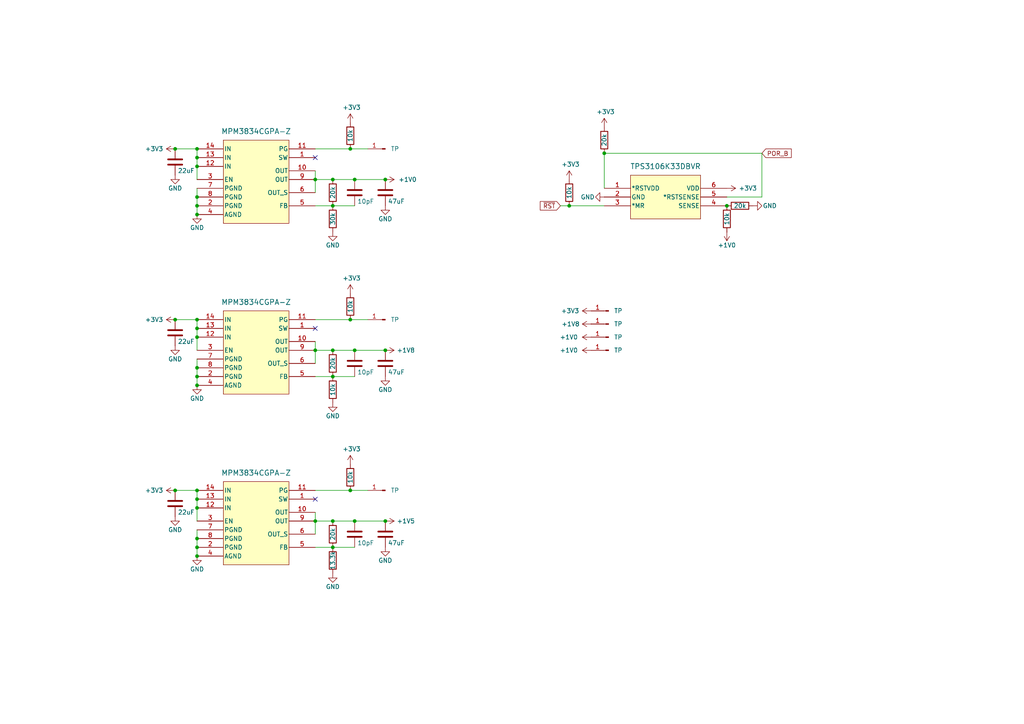
<source format=kicad_sch>
(kicad_sch (version 20231120) (generator "eeschema") (generator_version "8.0")
  (paper "A4")
  (lib_symbols
    (symbol "Connector:Conn_01x01_Pin" (pin_names (offset 1.016) hide)
      (property "Reference" "J" (at 0 2.54 0))
      (property "Value" "Conn_01x01_Pin" (at 0 -2.54 0))
      (symbol "Conn_01x01_Pin_1_1"
        (polyline (pts (xy 1.27 0) (xy 0.8636 0)) (stroke (width 0.1524)))
        (rectangle (start 0.8636 0.127) (end 0 -0.127) (stroke (width 0.1524)) (fill (type outline)))
        (pin passive line (at 5.08 0 180) (length 3.81) (name "Pin_1") (number "1"))
      )
    )
    (symbol "Device:C" (pin_numbers hide) (pin_names (offset 0.254))
      (property "Reference" "C" (at 0.635 2.54 0))
      (property "Value" "C" (at 0.635 -2.54 0))
      (symbol "C_0_1"
        (polyline (pts (xy -2.032 -0.762) (xy 2.032 -0.762)) (stroke (width 0.508)))
        (polyline (pts (xy -2.032 0.762) (xy 2.032 0.762)) (stroke (width 0.508)))
      )
      (symbol "C_1_1"
        (pin passive line (at 0 3.81 270) (length 2.794) (name "~") (number "1"))
        (pin passive line (at 0 -3.81 90) (length 2.794) (name "~") (number "2"))
      )
    )
    (symbol "Device:R" (pin_numbers hide) (pin_names (offset 0))
      (property "Reference" "R" (at 2.032 0 90))
      (property "Value" "R" (at 0 0 90))
      (symbol "R_0_1"
        (rectangle (start -1.016 -2.54) (end 1.016 2.54) (stroke (width 0.254)))
      )
      (symbol "R_1_1"
        (pin passive line (at 0 3.81 270) (length 1.27) (name "~") (number "1"))
        (pin passive line (at 0 -3.81 90) (length 1.27) (name "~") (number "2"))
      )
    )
    (symbol "ESP32-PRO_Rev_B1:GND" (power) (pin_names (offset 0))
      (property "Value" "GND" (at 0 -3.81 0))
      (symbol "GND_0_1"
        (polyline (pts (xy 0 0) (xy 0 -1.27) (xy 1.27 -1.27) (xy 0 -2.54) (xy -1.27 -1.27) (xy 0 -1.27)))
      )
      (symbol "GND_1_1"
        (pin power_in line (at 0 0 270) (length 0) hide (name "GND") (number "1"))
      )
    )
    (symbol "Personal:MPM3834CGPA-Z" (pin_names (offset 0.254))
      (property "Reference" "U" (at 24.384 11.43 0))
      (property "Value" "MPM3834CGPA-Z" (at 23.368 8.382 0))
      (symbol "MPM3834CGPA-Z_1_1"
        (rectangle (start 13.97 6.35) (end 33.02 -17.78) (fill (type background)))
        (pin unspecified line (at 40.64 1.27 180) (length 7.62) (name "SW") (number "1"))
        (pin power_in line (at 40.64 -2.54 180) (length 7.62) (name "OUT") (number "10"))
        (pin output line (at 40.64 3.81 180) (length 7.62) (name "PG") (number "11"))
        (pin power_in line (at 6.35 -1.27 0) (length 7.62) (name "IN") (number "12"))
        (pin power_in line (at 6.35 1.27 0) (length 7.62) (name "IN") (number "13"))
        (pin power_in line (at 6.35 3.81 0) (length 7.62) (name "IN") (number "14"))
        (pin power_in line (at 6.35 -12.7 0) (length 7.62) (name "PGND") (number "2"))
        (pin unspecified line (at 6.35 -5.08 0) (length 7.62) (name "EN") (number "3"))
        (pin power_in line (at 6.35 -15.24 0) (length 7.62) (name "AGND") (number "4"))
        (pin unspecified line (at 40.64 -12.7 180) (length 7.62) (name "FB") (number "5"))
        (pin output line (at 40.64 -8.89 180) (length 7.62) (name "OUT_S") (number "6"))
        (pin power_in line (at 6.35 -7.62 0) (length 7.62) (name "PGND") (number "7"))
        (pin power_in line (at 6.35 -10.16 0) (length 7.62) (name "PGND") (number "8"))
        (pin power_in line (at 40.64 -5.08 180) (length 7.62) (name "OUT") (number "9"))
      )
    )
    (symbol "Personal:TPS3106K33DBVR" (pin_names (offset 0.254))
      (property "Reference" "U" (at 18.542 10.16 0))
      (property "Value" "TPS3106K33DBVR" (at 18.034 6.858 0))
      (symbol "TPS3106K33DBVR_1_1"
        (rectangle (start 7.62 3.81) (end 27.94 -8.89) (fill (type background)))
        (pin output line (at 0 0 0) (length 7.62) (name "*RSTVDD") (number "1"))
        (pin power_in line (at 0 -2.54 0) (length 7.62) (name "GND") (number "2"))
        (pin input line (at 0 -5.08 0) (length 7.62) (name "*MR") (number "3"))
        (pin unspecified line (at 35.56 -5.08 180) (length 7.62) (name "SENSE") (number "4"))
        (pin output line (at 35.56 -2.54 180) (length 7.62) (name "*RSTSENSE") (number "5"))
        (pin power_in line (at 35.56 0 180) (length 7.62) (name "VDD") (number "6"))
      )
    )
    (symbol "power:+1V0" (power) (pin_numbers hide) (pin_names (offset 0) hide)
      (property "Value" "+1V0" (at 0 3.556 0))
      (symbol "+1V0_0_1"
        (polyline (pts (xy -0.762 1.27) (xy 0 2.54)))
        (polyline (pts (xy 0 0) (xy 0 2.54)))
        (polyline (pts (xy 0 2.54) (xy 0.762 1.27)))
      )
      (symbol "+1V0_1_1"
        (pin power_in line (at 0 0 90) (length 0) (name "~") (number "1"))
      )
    )
    (symbol "power:+1V8" (power) (pin_numbers hide) (pin_names (offset 0) hide)
      (property "Value" "+1V8" (at 0 3.556 0))
      (symbol "+1V8_0_1"
        (polyline (pts (xy -0.762 1.27) (xy 0 2.54)))
        (polyline (pts (xy 0 0) (xy 0 2.54)))
        (polyline (pts (xy 0 2.54) (xy 0.762 1.27)))
      )
      (symbol "+1V8_1_1"
        (pin power_in line (at 0 0 90) (length 0) (name "~") (number "1"))
      )
    )
    (symbol "power:+3V3" (power) (pin_names (offset 0))
      (property "Value" "+3V3" (at 0 3.556 0))
      (symbol "+3V3_0_1"
        (polyline (pts (xy -0.762 1.27) (xy 0 2.54)))
        (polyline (pts (xy 0 0) (xy 0 2.54)))
        (polyline (pts (xy 0 2.54) (xy 0.762 1.27)))
      )
      (symbol "+3V3_1_1"
        (pin power_in line (at 0 0 90) (length 0) hide (name "+3V3") (number "1"))
      )
    )
  )
  (junction (at 210.82 59.69))
  (junction (at 50.8 43.18))
  (junction (at 57.15 161.29))
  (junction (at 57.15 62.23))
  (junction (at 57.15 142.24))
  (junction (at 102.87 101.6))
  (junction (at 96.52 109.22))
  (junction (at 96.52 158.75))
  (junction (at 50.8 142.24))
  (junction (at 57.15 92.71))
  (junction (at 96.52 101.6))
  (junction (at 91.44 151.13))
  (junction (at 57.15 158.75))
  (junction (at 96.52 52.07))
  (junction (at 102.87 52.07))
  (junction (at 175.26 44.45))
  (junction (at 91.44 52.07))
  (junction (at 165.1 59.69))
  (junction (at 111.76 151.13))
  (junction (at 101.6 43.18))
  (junction (at 57.15 156.21))
  (junction (at 57.15 59.69))
  (junction (at 102.87 151.13))
  (junction (at 57.15 109.22))
  (junction (at 57.15 111.76))
  (junction (at 111.76 52.07))
  (junction (at 96.52 59.69))
  (junction (at 111.76 101.6))
  (junction (at 91.44 101.6))
  (junction (at 57.15 48.26))
  (junction (at 57.15 106.68))
  (junction (at 57.15 95.25))
  (junction (at 57.15 147.32))
  (junction (at 57.15 45.72))
  (junction (at 57.15 97.79))
  (junction (at 101.6 92.71))
  (junction (at 96.52 151.13))
  (junction (at 101.6 142.24))
  (junction (at 50.8 92.71))
  (junction (at 57.15 144.78))
  (junction (at 57.15 43.18))
  (junction (at 57.15 57.15))
  (no_connect (at 91.44 144.78))
  (no_connect (at 91.44 45.72))
  (no_connect (at 91.44 95.25))
  (wire (pts (xy 57.15 95.25) (xy 57.15 97.79)))
  (wire (pts (xy 162.56 59.69) (xy 165.1 59.69)))
  (wire (pts (xy 57.15 54.61) (xy 57.15 57.15)))
  (wire (pts (xy 220.98 57.15) (xy 220.98 44.45)))
  (wire (pts (xy 57.15 158.75) (xy 57.15 161.29)))
  (wire (pts (xy 57.15 104.14) (xy 57.15 106.68)))
  (wire (pts (xy 57.15 57.15) (xy 57.15 59.69)))
  (wire (pts (xy 91.44 158.75) (xy 96.52 158.75)))
  (wire (pts (xy 220.98 44.45) (xy 175.26 44.45)))
  (wire (pts (xy 57.15 43.18) (xy 57.15 45.72)))
  (wire (pts (xy 57.15 45.72) (xy 57.15 48.26)))
  (wire (pts (xy 57.15 92.71) (xy 57.15 95.25)))
  (wire (pts (xy 57.15 142.24) (xy 57.15 144.78)))
  (wire (pts (xy 91.44 52.07) (xy 96.52 52.07)))
  (wire (pts (xy 96.52 151.13) (xy 102.87 151.13)))
  (wire (pts (xy 96.52 59.69) (xy 102.87 59.69)))
  (wire (pts (xy 101.6 92.71) (xy 91.44 92.71)))
  (wire (pts (xy 91.44 148.59) (xy 91.44 151.13)))
  (wire (pts (xy 101.6 43.18) (xy 91.44 43.18)))
  (wire (pts (xy 91.44 52.07) (xy 91.44 55.88)))
  (wire (pts (xy 175.26 44.45) (xy 175.26 54.61)))
  (wire (pts (xy 91.44 109.22) (xy 96.52 109.22)))
  (wire (pts (xy 57.15 109.22) (xy 57.15 111.76)))
  (wire (pts (xy 57.15 48.26) (xy 57.15 52.07)))
  (wire (pts (xy 165.1 59.69) (xy 175.26 59.69)))
  (wire (pts (xy 102.87 52.07) (xy 111.76 52.07)))
  (wire (pts (xy 91.44 99.06) (xy 91.44 101.6)))
  (wire (pts (xy 106.68 142.24) (xy 101.6 142.24)))
  (wire (pts (xy 50.8 142.24) (xy 57.15 142.24)))
  (wire (pts (xy 102.87 151.13) (xy 111.76 151.13)))
  (wire (pts (xy 210.82 57.15) (xy 220.98 57.15)))
  (wire (pts (xy 57.15 59.69) (xy 57.15 62.23)))
  (wire (pts (xy 91.44 151.13) (xy 96.52 151.13)))
  (wire (pts (xy 91.44 59.69) (xy 96.52 59.69)))
  (wire (pts (xy 91.44 49.53) (xy 91.44 52.07)))
  (wire (pts (xy 96.52 109.22) (xy 102.87 109.22)))
  (wire (pts (xy 96.52 101.6) (xy 102.87 101.6)))
  (wire (pts (xy 57.15 147.32) (xy 57.15 151.13)))
  (wire (pts (xy 57.15 144.78) (xy 57.15 147.32)))
  (wire (pts (xy 106.68 43.18) (xy 101.6 43.18)))
  (wire (pts (xy 96.52 52.07) (xy 102.87 52.07)))
  (wire (pts (xy 96.52 158.75) (xy 102.87 158.75)))
  (wire (pts (xy 91.44 101.6) (xy 96.52 101.6)))
  (wire (pts (xy 50.8 92.71) (xy 57.15 92.71)))
  (wire (pts (xy 50.8 43.18) (xy 57.15 43.18)))
  (wire (pts (xy 91.44 101.6) (xy 91.44 105.41)))
  (wire (pts (xy 101.6 142.24) (xy 91.44 142.24)))
  (wire (pts (xy 106.68 92.71) (xy 101.6 92.71)))
  (wire (pts (xy 102.87 101.6) (xy 111.76 101.6)))
  (wire (pts (xy 57.15 106.68) (xy 57.15 109.22)))
  (wire (pts (xy 57.15 153.67) (xy 57.15 156.21)))
  (wire (pts (xy 57.15 97.79) (xy 57.15 101.6)))
  (wire (pts (xy 57.15 156.21) (xy 57.15 158.75)))
  (wire (pts (xy 91.44 151.13) (xy 91.44 154.94)))
  (global_label "~{RST}" (shape input) (at 162.56 59.69 180) (property "Intersheetrefs" "${INTERSHEET_REFS}" (effects (hide yes))))
  (global_label "POR_B" (shape input) (at 220.98 44.45 0) (property "Intersheetrefs" "${INTERSHEET_REFS}" (effects (hide yes))))
  (symbol (lib_id "Connector:Conn_01x01_Pin") (at 176.53 101.6 0) (mirror y) (unit 1)
    (property "Reference" "TP7" (effects (hide yes)))
    (property "Value" "TP" (at 179.324 101.6 0))
    (property "Footprint" "TestPoint:TestPoint_Pad_1.0x1.0mm" (effects (hide yes)))
    (property "Description" "Generic connector, single row, 01x01, script generated" (effects (hide yes)))
  )
  (symbol (lib_id "Device:R") (at 175.26 40.64 180) (unit 1)
    (property "Reference" "R10" (effects (hide yes)))
    (property "Value" "20k" (at 175.26 40.64 90))
    (property "Footprint" "Capacitor_SMD:C_0201_0603Metric" (effects (hide yes)))
    (property "Description" "Resistor" (effects (hide yes)))
  )
  (symbol (lib_id "ESP32-PRO_Rev_B1:GND") (at 96.52 166.37 0) (unit 1)
    (property "Reference" "#PWR021" (effects (hide yes)))
    (property "Value" "GND" (at 96.52 170.18 0))
  )
  (symbol (lib_id "Device:R") (at 101.6 39.37 180) (unit 1)
    (property "Reference" "R4" (effects (hide yes)))
    (property "Value" "10k" (at 101.6 39.37 90))
    (property "Footprint" "Capacitor_SMD:C_0402_1005Metric" (effects (hide yes)))
    (property "Description" "Resistor" (effects (hide yes)))
  )
  (symbol (lib_id "Device:R") (at 210.82 63.5 0) (unit 1)
    (property "Reference" "R9" (effects (hide yes)))
    (property "Value" "10k" (at 210.82 63.5 90))
    (property "Footprint" "Capacitor_SMD:C_0402_1005Metric" (effects (hide yes)))
    (property "Description" "Resistor" (effects (hide yes)))
  )
  (symbol (lib_id "Personal:MPM3834CGPA-Z") (at 50.8 46.99 0) (unit 1)
    (property "Reference" "U1" (effects (hide yes)))
    (property "Value" "MPM3834CGPA-Z" (at 74.295 38.1 0) (effects (font (size 1.524 1.524))))
    (property "Footprint" "Sync_VT extras:ECLGA-14_MPM3834C_MNP" (effects (hide yes)))
    (property "Datasheet" "MPM3834CGPA-Z" (effects (hide yes)))
  )
  (symbol (lib_id "power:+3V3") (at 101.6 35.56 0) (unit 1)
    (property "Reference" "#PWR03" (effects (hide yes)))
    (property "Value" "+3V3" (at 101.981 31.1658 0))
  )
  (symbol (lib_id "Device:C") (at 50.8 46.99 0) (unit 1)
    (property "Reference" "C10" (effects (hide yes)))
    (property "Value" "22uF" (at 51.562 49.53 0) (effects (justify left)))
    (property "Footprint" "Capacitor_SMD:C_0402_1005Metric" (effects (hide yes)))
    (property "Description" "Unpolarized capacitor" (effects (hide yes)))
  )
  (symbol (lib_id "ESP32-PRO_Rev_B1:GND") (at 57.15 62.23 0) (unit 1)
    (property "Reference" "#PWR08" (effects (hide yes)))
    (property "Value" "GND" (at 57.15 66.04 0))
  )
  (symbol (lib_id "Device:C") (at 50.8 96.52 0) (unit 1)
    (property "Reference" "C8" (effects (hide yes)))
    (property "Value" "22uF" (at 51.562 99.06 0) (effects (justify left)))
    (property "Footprint" "Capacitor_SMD:C_0402_1005Metric" (effects (hide yes)))
    (property "Description" "Unpolarized capacitor" (effects (hide yes)))
  )
  (symbol (lib_id "Device:R") (at 101.6 88.9 180) (unit 1)
    (property "Reference" "R6" (effects (hide yes)))
    (property "Value" "10k" (at 101.6 88.9 90))
    (property "Footprint" "Capacitor_SMD:C_0402_1005Metric" (effects (hide yes)))
    (property "Description" "Resistor" (effects (hide yes)))
  )
  (symbol (lib_id "ESP32-PRO_Rev_B1:GND") (at 175.26 57.15 270) (mirror x) (unit 1)
    (property "Reference" "#PWR028" (effects (hide yes)))
    (property "Value" "GND" (at 170.434 57.15 90))
  )
  (symbol (lib_id "power:+3V3") (at 50.8 142.24 90) (unit 1)
    (property "Reference" "#PWR012" (effects (hide yes)))
    (property "Value" "+3V3" (at 44.704 142.24 90))
  )
  (symbol (lib_id "ESP32-PRO_Rev_B1:GND") (at 50.8 50.8 0) (unit 1)
    (property "Reference" "#PWR09" (effects (hide yes)))
    (property "Value" "GND" (at 50.8 54.61 0))
  )
  (symbol (lib_id "power:+3V3") (at 101.6 85.09 0) (unit 1)
    (property "Reference" "#PWR019" (effects (hide yes)))
    (property "Value" "+3V3" (at 101.981 80.6958 0))
  )
  (symbol (lib_id "Device:R") (at 96.52 55.88 180) (unit 1)
    (property "Reference" "R1" (effects (hide yes)))
    (property "Value" "20k" (at 96.52 55.88 90))
    (property "Footprint" "Capacitor_SMD:C_0201_0603Metric" (effects (hide yes)))
    (property "Description" "Resistor" (effects (hide yes)))
  )
  (symbol (lib_id "power:+1V8") (at 171.45 93.98 90) (mirror x) (unit 1)
    (property "Reference" "#PWR031" (effects (hide yes)))
    (property "Value" "+1V8" (at 168.148 93.98 90) (effects (justify left)))
    (property "Description" "Power symbol creates a global label with name \"+1V8\"" (effects (hide yes)))
  )
  (symbol (lib_id "Device:C") (at 102.87 55.88 0) (unit 1)
    (property "Reference" "C5" (effects (hide yes)))
    (property "Value" "10pF" (at 103.632 58.42 0) (effects (justify left)))
    (property "Footprint" "Capacitor_SMD:C_0201_0603Metric" (effects (hide yes)))
    (property "Description" "Unpolarized capacitor" (effects (hide yes)))
  )
  (symbol (lib_id "ESP32-PRO_Rev_B1:GND") (at 50.8 100.33 0) (unit 1)
    (property "Reference" "#PWR015" (effects (hide yes)))
    (property "Value" "GND" (at 50.8 104.14 0))
  )
  (symbol (lib_id "ESP32-PRO_Rev_B1:GND") (at 111.76 109.22 0) (unit 1)
    (property "Reference" "#PWR023" (effects (hide yes)))
    (property "Value" "GND" (at 111.76 113.03 0))
  )
  (symbol (lib_id "power:+3V3") (at 210.82 54.61 270) (unit 1)
    (property "Reference" "#PWR027" (effects (hide yes)))
    (property "Value" "+3V3" (at 216.916 54.61 90))
  )
  (symbol (lib_id "ESP32-PRO_Rev_B1:GND") (at 96.52 116.84 0) (unit 1)
    (property "Reference" "#PWR018" (effects (hide yes)))
    (property "Value" "GND" (at 96.52 120.65 0))
  )
  (symbol (lib_id "power:+3V3") (at 50.8 43.18 90) (unit 1)
    (property "Reference" "#PWR010" (effects (hide yes)))
    (property "Value" "+3V3" (at 44.704 43.18 90))
  )
  (symbol (lib_id "power:+3V3") (at 165.1 52.07 0) (unit 1)
    (property "Reference" "#PWR024" (effects (hide yes)))
    (property "Value" "+3V3" (at 165.481 47.6758 0))
  )
  (symbol (lib_id "power:+1V0") (at 210.82 67.31 180) (unit 1)
    (property "Reference" "#PWR026" (effects (hide yes)))
    (property "Value" "+1V0" (at 210.82 71.12 0))
    (property "Description" "Power symbol creates a global label with name \"+1V0\"" (effects (hide yes)))
  )
  (symbol (lib_id "ESP32-PRO_Rev_B1:GND") (at 111.76 59.69 0) (unit 1)
    (property "Reference" "#PWR06" (effects (hide yes)))
    (property "Value" "GND" (at 111.76 63.5 0))
  )
  (symbol (lib_id "power:+3V3") (at 50.8 92.71 90) (unit 1)
    (property "Reference" "#PWR013" (effects (hide yes)))
    (property "Value" "+3V3" (at 44.704 92.71 90))
  )
  (symbol (lib_id "Device:C") (at 111.76 154.94 0) (unit 1)
    (property "Reference" "C4" (effects (hide yes)))
    (property "Value" "47uF" (at 112.522 157.48 0) (effects (justify left)))
    (property "Footprint" "Capacitor_SMD:C_0805_2012Metric" (effects (hide yes)))
    (property "Description" "Unpolarized capacitor" (effects (hide yes)))
  )
  (symbol (lib_id "ESP32-PRO_Rev_B1:GND") (at 111.76 158.75 0) (unit 1)
    (property "Reference" "#PWR069" (effects (hide yes)))
    (property "Value" "GND" (at 111.76 162.56 0))
  )
  (symbol (lib_id "power:+1V8") (at 111.76 151.13 270) (unit 1)
    (property "Reference" "#PWR068" (effects (hide yes)))
    (property "Value" "+1V5" (at 115.062 151.13 90) (effects (justify left)))
    (property "Description" "Power symbol creates a global label with name \"+1V8\"" (effects (hide yes)))
  )
  (symbol (lib_id "Device:R") (at 96.52 105.41 180) (unit 1)
    (property "Reference" "R3" (effects (hide yes)))
    (property "Value" "20k" (at 96.52 105.41 90))
    (property "Footprint" "Capacitor_SMD:C_0201_0603Metric" (effects (hide yes)))
    (property "Description" "Resistor" (effects (hide yes)))
  )
  (symbol (lib_id "Connector:Conn_01x01_Pin") (at 176.53 97.79 0) (mirror y) (unit 1)
    (property "Reference" "TP5" (effects (hide yes)))
    (property "Value" "TP" (at 179.324 97.79 0))
    (property "Footprint" "TestPoint:TestPoint_Pad_1.0x1.0mm" (effects (hide yes)))
    (property "Description" "Generic connector, single row, 01x01, script generated" (effects (hide yes)))
  )
  (symbol (lib_id "Device:C") (at 50.8 146.05 0) (unit 1)
    (property "Reference" "C2" (effects (hide yes)))
    (property "Value" "22uF" (at 51.562 148.59 0) (effects (justify left)))
    (property "Footprint" "Capacitor_SMD:C_0402_1005Metric" (effects (hide yes)))
    (property "Description" "Unpolarized capacitor" (effects (hide yes)))
  )
  (symbol (lib_id "Connector:Conn_01x01_Pin") (at 176.53 90.17 0) (mirror y) (unit 1)
    (property "Reference" "TP3" (effects (hide yes)))
    (property "Value" "TP" (at 179.324 90.17 0))
    (property "Footprint" "TestPoint:TestPoint_Pad_1.0x1.0mm" (effects (hide yes)))
    (property "Description" "Generic connector, single row, 01x01, script generated" (effects (hide yes)))
  )
  (symbol (lib_id "ESP32-PRO_Rev_B1:GND") (at 50.8 149.86 0) (unit 1)
    (property "Reference" "#PWR014" (effects (hide yes)))
    (property "Value" "GND" (at 50.8 153.67 0))
  )
  (symbol (lib_id "Device:C") (at 102.87 154.94 0) (unit 1)
    (property "Reference" "C3" (effects (hide yes)))
    (property "Value" "10pF" (at 103.632 157.48 0) (effects (justify left)))
    (property "Footprint" "Capacitor_SMD:C_0201_0603Metric" (effects (hide yes)))
    (property "Description" "Unpolarized capacitor" (effects (hide yes)))
  )
  (symbol (lib_id "power:+3V3") (at 175.26 36.83 0) (unit 1)
    (property "Reference" "#PWR029" (effects (hide yes)))
    (property "Value" "+3V3" (at 175.641 32.4358 0))
  )
  (symbol (lib_id "power:+3V3") (at 171.45 90.17 90) (unit 1)
    (property "Reference" "#PWR030" (effects (hide yes)))
    (property "Value" "+3V3" (at 165.354 90.17 90))
  )
  (symbol (lib_id "Device:R") (at 96.52 113.03 180) (unit 1)
    (property "Reference" "R5" (effects (hide yes)))
    (property "Value" "10k" (at 96.52 113.03 90))
    (property "Footprint" "Capacitor_SMD:C_0402_1005Metric" (effects (hide yes)))
    (property "Description" "Resistor" (effects (hide yes)))
  )
  (symbol (lib_id "Connector:Conn_01x01_Pin") (at 111.76 43.18 0) (mirror y) (unit 1)
    (property "Reference" "TP2" (effects (hide yes)))
    (property "Value" "TP" (at 114.554 43.18 0))
    (property "Footprint" "TestPoint:TestPoint_Pad_1.0x1.0mm" (effects (hide yes)))
    (property "Description" "Generic connector, single row, 01x01, script generated" (effects (hide yes)))
  )
  (symbol (lib_id "ESP32-PRO_Rev_B1:GND") (at 57.15 161.29 0) (unit 1)
    (property "Reference" "#PWR020" (effects (hide yes)))
    (property "Value" "GND" (at 57.15 165.1 0))
  )
  (symbol (lib_id "power:+1V8") (at 111.76 101.6 270) (unit 1)
    (property "Reference" "#PWR022" (effects (hide yes)))
    (property "Value" "+1V8" (at 115.062 101.6 90) (effects (justify left)))
    (property "Description" "Power symbol creates a global label with name \"+1V8\"" (effects (hide yes)))
  )
  (symbol (lib_id "Device:R") (at 101.6 138.43 180) (unit 1)
    (property "Reference" "R31" (effects (hide yes)))
    (property "Value" "10k" (at 101.6 138.43 90))
    (property "Footprint" "Capacitor_SMD:C_0402_1005Metric" (effects (hide yes)))
    (property "Description" "Resistor" (effects (hide yes)))
  )
  (symbol (lib_id "power:+3V3") (at 101.6 134.62 0) (unit 1)
    (property "Reference" "#PWR067" (effects (hide yes)))
    (property "Value" "+3V3" (at 101.981 130.2258 0))
  )
  (symbol (lib_id "Device:R") (at 96.52 63.5 180) (unit 1)
    (property "Reference" "R2" (effects (hide yes)))
    (property "Value" "30k" (at 96.52 63.5 90))
    (property "Footprint" "Capacitor_SMD:C_0402_1005Metric" (effects (hide yes)))
    (property "Description" "Resistor" (effects (hide yes)))
  )
  (symbol (lib_id "Device:C") (at 102.87 105.41 0) (unit 1)
    (property "Reference" "C11" (effects (hide yes)))
    (property "Value" "10pF" (at 103.632 107.95 0) (effects (justify left)))
    (property "Footprint" "Capacitor_SMD:C_0201_0603Metric" (effects (hide yes)))
    (property "Description" "Unpolarized capacitor" (effects (hide yes)))
  )
  (symbol (lib_id "Device:C") (at 111.76 105.41 0) (unit 1)
    (property "Reference" "C12" (effects (hide yes)))
    (property "Value" "47uF" (at 112.522 107.95 0) (effects (justify left)))
    (property "Footprint" "Capacitor_SMD:C_0805_2012Metric" (effects (hide yes)))
    (property "Description" "Unpolarized capacitor" (effects (hide yes)))
  )
  (symbol (lib_id "Connector:Conn_01x01_Pin") (at 111.76 92.71 0) (mirror y) (unit 1)
    (property "Reference" "TP1" (effects (hide yes)))
    (property "Value" "TP" (at 114.554 92.71 0))
    (property "Footprint" "TestPoint:TestPoint_Pad_1.0x1.0mm" (effects (hide yes)))
    (property "Description" "Generic connector, single row, 01x01, script generated" (effects (hide yes)))
  )
  (symbol (lib_id "power:+1V0") (at 171.45 101.6 90) (mirror x) (unit 1)
    (property "Reference" "#PWR070" (effects (hide yes)))
    (property "Value" "+1V0" (at 167.64 101.5999 90) (effects (justify left)))
    (property "Description" "Power symbol creates a global label with name \"+1V0\"" (effects (hide yes)))
  )
  (symbol (lib_id "Connector:Conn_01x01_Pin") (at 176.53 93.98 0) (mirror y) (unit 1)
    (property "Reference" "TP4" (effects (hide yes)))
    (property "Value" "TP" (at 179.324 93.98 0))
    (property "Footprint" "TestPoint:TestPoint_Pad_1.0x1.0mm" (effects (hide yes)))
    (property "Description" "Generic connector, single row, 01x01, script generated" (effects (hide yes)))
  )
  (symbol (lib_id "Device:C") (at 111.76 55.88 0) (unit 1)
    (property "Reference" "C9" (effects (hide yes)))
    (property "Value" "47uF" (at 112.522 58.42 0) (effects (justify left)))
    (property "Footprint" "Capacitor_SMD:C_0805_2012Metric" (effects (hide yes)))
    (property "Description" "Unpolarized capacitor" (effects (hide yes)))
  )
  (symbol (lib_id "Personal:MPM3834CGPA-Z") (at 50.8 96.52 0) (unit 1)
    (property "Reference" "U2" (effects (hide yes)))
    (property "Value" "MPM3834CGPA-Z" (at 74.295 87.63 0) (effects (font (size 1.524 1.524))))
    (property "Footprint" "Sync_VT extras:ECLGA-14_MPM3834C_MNP" (effects (hide yes)))
    (property "Datasheet" "MPM3834CGPA-Z" (effects (hide yes)))
  )
  (symbol (lib_id "Personal:MPM3834CGPA-Z") (at 50.8 146.05 0) (unit 1)
    (property "Reference" "U8" (effects (hide yes)))
    (property "Value" "MPM3834CGPA-Z" (at 74.295 137.16 0) (effects (font (size 1.524 1.524))))
    (property "Footprint" "Sync_VT extras:ECLGA-14_MPM3834C_MNP" (effects (hide yes)))
    (property "Datasheet" "MPM3834CGPA-Z" (effects (hide yes)))
  )
  (symbol (lib_id "Device:R") (at 96.52 162.56 180) (unit 1)
    (property "Reference" "R30" (effects (hide yes)))
    (property "Value" "13.3k" (at 96.52 162.56 90))
    (property "Footprint" "Capacitor_SMD:C_0402_1005Metric" (effects (hide yes)))
    (property "Description" "Resistor" (effects (hide yes)))
  )
  (symbol (lib_id "ESP32-PRO_Rev_B1:GND") (at 57.15 111.76 0) (unit 1)
    (property "Reference" "#PWR017" (effects (hide yes)))
    (property "Value" "GND" (at 57.15 115.57 0))
  )
  (symbol (lib_id "ESP32-PRO_Rev_B1:GND") (at 218.44 59.69 90) (unit 1)
    (property "Reference" "#PWR025" (effects (hide yes)))
    (property "Value" "GND" (at 223.266 59.69 90))
  )
  (symbol (lib_id "Device:R") (at 165.1 55.88 180) (unit 1)
    (property "Reference" "R7" (effects (hide yes)))
    (property "Value" "10k" (at 165.1 55.88 90))
    (property "Footprint" "Capacitor_SMD:C_0402_1005Metric" (effects (hide yes)))
    (property "Description" "Resistor" (effects (hide yes)))
  )
  (symbol (lib_id "ESP32-PRO_Rev_B1:GND") (at 96.52 67.31 0) (unit 1)
    (property "Reference" "#PWR016" (effects (hide yes)))
    (property "Value" "GND" (at 96.52 71.12 0))
  )
  (symbol (lib_id "Device:R") (at 96.52 154.94 180) (unit 1)
    (property "Reference" "R29" (effects (hide yes)))
    (property "Value" "20k" (at 96.52 154.94 90))
    (property "Footprint" "Capacitor_SMD:C_0201_0603Metric" (effects (hide yes)))
    (property "Description" "Resistor" (effects (hide yes)))
  )
  (symbol (lib_id "Device:R") (at 214.63 59.69 90) (unit 1)
    (property "Reference" "R8" (effects (hide yes)))
    (property "Value" "20k" (at 214.63 59.69 90))
    (property "Footprint" "Capacitor_SMD:C_0201_0603Metric" (effects (hide yes)))
    (property "Description" "Resistor" (effects (hide yes)))
  )
  (symbol (lib_id "power:+1V0") (at 171.45 97.79 90) (mirror x) (unit 1)
    (property "Reference" "#PWR032" (effects (hide yes)))
    (property "Value" "+1V0" (at 167.64 97.7899 90) (effects (justify left)))
    (property "Description" "Power symbol creates a global label with name \"+1V0\"" (effects (hide yes)))
  )
  (symbol (lib_id "Connector:Conn_01x01_Pin") (at 111.76 142.24 0) (mirror y) (unit 1)
    (property "Reference" "TP6" (effects (hide yes)))
    (property "Value" "TP" (at 114.554 142.24 0))
    (property "Footprint" "TestPoint:TestPoint_Pad_1.0x1.0mm" (effects (hide yes)))
    (property "Description" "Generic connector, single row, 01x01, script generated" (effects (hide yes)))
  )
  (symbol (lib_id "Personal:TPS3106K33DBVR") (at 175.26 54.61 0) (unit 1)
    (property "Reference" "U4" (effects (hide yes)))
    (property "Value" "TPS3106K33DBVR" (at 193.04 48.26 0) (effects (font (size 1.524 1.524))))
    (property "Footprint" "Sync_VT extras:DBV6-L" (effects (hide yes)))
    (property "Datasheet" "TPS3106K33DBVR" (effects (hide yes)))
  )
  (symbol (lib_id "power:+1V0") (at 111.76 52.07 270) (unit 1)
    (property "Reference" "#PWR011" (effects (hide yes)))
    (property "Value" "+1V0" (at 115.57 52.0699 90) (effects (justify left)))
    (property "Description" "Power symbol creates a global label with name \"+1V0\"" (effects (hide yes)))
  )
)
</source>
